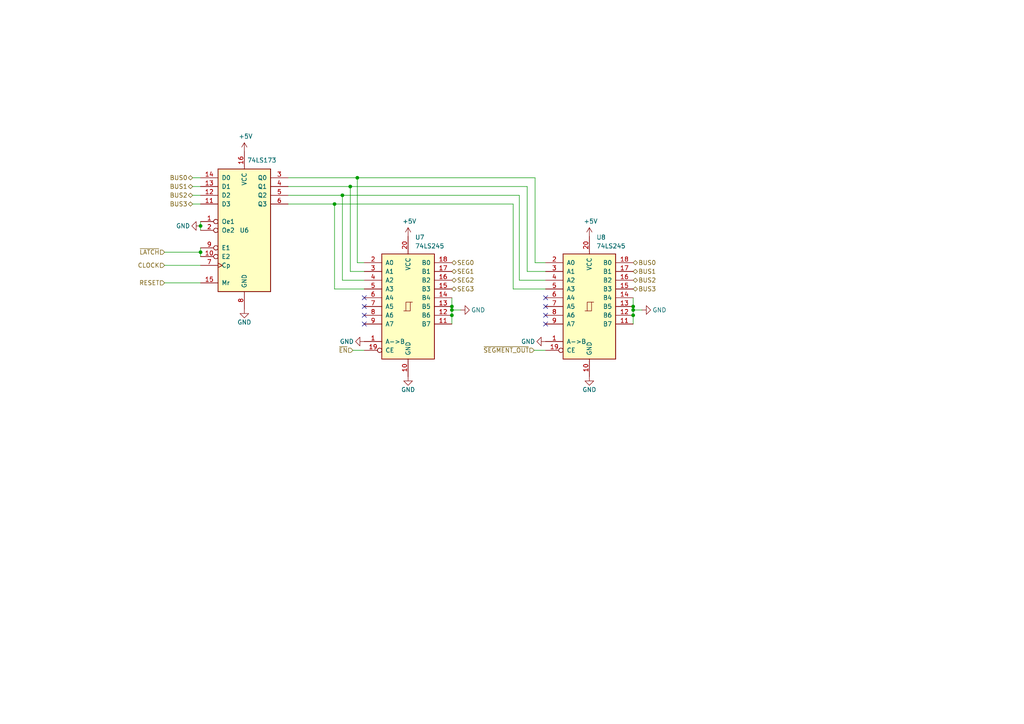
<source format=kicad_sch>
(kicad_sch (version 20211123) (generator eeschema)
  (paper "A4")
  (lib_symbols
    (symbol "74xx:74LS173" (pin_names (offset 1.016))
      (property "Reference" "U" (at -7.62 19.05 0))
      (property "Value" "74LS173" (at -7.62 -19.05 0))
      (symbol "74LS173_1_0"
        (pin input inverted (at -12.7 2.54 0) (length 5.08) (name "Oe1") (number "1"))
        (pin input inverted (at -12.7 -7.62 0) (length 5.08) (name "E2") (number "10"))
        (pin input line (at -12.7 7.62 0) (length 5.08) (name "D3") (number "11"))
        (pin input line (at -12.7 10.16 0) (length 5.08) (name "D2") (number "12"))
        (pin input line (at -12.7 12.7 0) (length 5.08) (name "D1") (number "13"))
        (pin input line (at -12.7 15.24 0) (length 5.08) (name "D0") (number "14"))
        (pin input line (at -12.7 -15.24 0) (length 5.08) (name "Mr") (number "15"))
        (pin power_in line (at 0 22.86 270) (length 5.08) (name "VCC") (number "16"))
        (pin input inverted (at -12.7 0 0) (length 5.08) (name "Oe2") (number "2"))
        (pin tri_state line (at 12.7 15.24 180) (length 5.08) (name "Q0") (number "3"))
        (pin tri_state line (at 12.7 12.7 180) (length 5.08) (name "Q1") (number "4"))
        (pin tri_state line (at 12.7 10.16 180) (length 5.08) (name "Q2") (number "5"))
        (pin tri_state line (at 12.7 7.62 180) (length 5.08) (name "Q3") (number "6"))
        (pin input clock (at -12.7 -10.16 0) (length 5.08) (name "Cp") (number "7"))
        (pin power_in line (at 0 -22.86 90) (length 5.08) (name "GND") (number "8"))
        (pin input inverted (at -12.7 -5.08 0) (length 5.08) (name "E1") (number "9"))
      )
      (symbol "74LS173_1_1"
        (rectangle (start -7.62 17.78) (end 7.62 -17.78) (stroke (width 0.254)) (fill (type background)))
      )
    )
    (symbol "74xx:74LS245" (pin_names (offset 1.016))
      (property "Reference" "U" (at -7.62 16.51 0))
      (property "Value" "74LS245" (at -7.62 -16.51 0))
      (symbol "74LS245_1_0"
        (polyline (pts (xy -0.635 -1.27) (xy -0.635 1.27) (xy 0.635 1.27)))
        (polyline (pts (xy -1.27 -1.27) (xy 0.635 -1.27) (xy 0.635 1.27) (xy 1.27 1.27)))
        (pin input line (at -12.7 -10.16 0) (length 5.08) (name "A->B") (number "1"))
        (pin power_in line (at 0 -20.32 90) (length 5.08) (name "GND") (number "10"))
        (pin tri_state line (at 12.7 -5.08 180) (length 5.08) (name "B7") (number "11"))
        (pin tri_state line (at 12.7 -2.54 180) (length 5.08) (name "B6") (number "12"))
        (pin tri_state line (at 12.7 0 180) (length 5.08) (name "B5") (number "13"))
        (pin tri_state line (at 12.7 2.54 180) (length 5.08) (name "B4") (number "14"))
        (pin tri_state line (at 12.7 5.08 180) (length 5.08) (name "B3") (number "15"))
        (pin tri_state line (at 12.7 7.62 180) (length 5.08) (name "B2") (number "16"))
        (pin tri_state line (at 12.7 10.16 180) (length 5.08) (name "B1") (number "17"))
        (pin tri_state line (at 12.7 12.7 180) (length 5.08) (name "B0") (number "18"))
        (pin input inverted (at -12.7 -12.7 0) (length 5.08) (name "CE") (number "19"))
        (pin tri_state line (at -12.7 12.7 0) (length 5.08) (name "A0") (number "2"))
        (pin power_in line (at 0 20.32 270) (length 5.08) (name "VCC") (number "20"))
        (pin tri_state line (at -12.7 10.16 0) (length 5.08) (name "A1") (number "3"))
        (pin tri_state line (at -12.7 7.62 0) (length 5.08) (name "A2") (number "4"))
        (pin tri_state line (at -12.7 5.08 0) (length 5.08) (name "A3") (number "5"))
        (pin tri_state line (at -12.7 2.54 0) (length 5.08) (name "A4") (number "6"))
        (pin tri_state line (at -12.7 0 0) (length 5.08) (name "A5") (number "7"))
        (pin tri_state line (at -12.7 -2.54 0) (length 5.08) (name "A6") (number "8"))
        (pin tri_state line (at -12.7 -5.08 0) (length 5.08) (name "A7") (number "9"))
      )
      (symbol "74LS245_1_1"
        (rectangle (start -7.62 15.24) (end 7.62 -15.24) (stroke (width 0.254)) (fill (type background)))
      )
    )
    (symbol "power:+5V" (power) (pin_names (offset 0))
      (property "Value" "+5V" (at 0 3.556 0))
      (symbol "+5V_0_1"
        (polyline (pts (xy -0.762 1.27) (xy 0 2.54)))
        (polyline (pts (xy 0 0) (xy 0 2.54)))
        (polyline (pts (xy 0 2.54) (xy 0.762 1.27)))
      )
      (symbol "+5V_1_1"
        (pin power_in line (at 0 0 90) (length 0) hide (name "+5V") (number "1"))
      )
    )
    (symbol "power:GND" (power) (pin_names (offset 0))
      (property "Value" "GND" (at 0 -3.81 0))
      (symbol "GND_0_1"
        (polyline (pts (xy 0 0) (xy 0 -1.27) (xy 1.27 -1.27) (xy 0 -2.54) (xy -1.27 -1.27) (xy 0 -1.27)))
      )
      (symbol "GND_1_1"
        (pin power_in line (at 0 0 270) (length 0) hide (name "GND") (number "1"))
      )
    )
  )
  (junction (at 99.314 56.642))
  (junction (at 101.6 54.102))
  (junction (at 103.632 51.562))
  (junction (at 58.166 73.152))
  (junction (at 131.064 89.916))
  (junction (at 183.642 89.916))
  (junction (at 58.166 65.532))
  (junction (at 183.642 88.9))
  (junction (at 183.642 91.44))
  (junction (at 97.028 59.182))
  (junction (at 131.064 88.9))
  (junction (at 131.064 91.44))
  (no_connect (at 105.664 88.9))
  (no_connect (at 105.664 86.36))
  (no_connect (at 105.664 91.44))
  (no_connect (at 158.242 86.36))
  (no_connect (at 158.242 88.9))
  (no_connect (at 158.242 91.44))
  (no_connect (at 158.242 93.98))
  (no_connect (at 105.664 93.98))
  (wire (pts (xy 58.166 65.532) (xy 58.166 66.802)))
  (wire (pts (xy 158.242 76.2) (xy 155.194 76.2)))
  (wire (pts (xy 148.844 83.82) (xy 158.242 83.82)))
  (wire (pts (xy 183.642 89.916) (xy 183.642 88.9)))
  (wire (pts (xy 97.028 59.182) (xy 148.844 59.182)))
  (wire (pts (xy 83.566 59.182) (xy 97.028 59.182)))
  (wire (pts (xy 155.194 76.2) (xy 155.194 51.562)))
  (wire (pts (xy 105.664 78.74) (xy 101.6 78.74)))
  (wire (pts (xy 58.166 73.152) (xy 58.166 74.422)))
  (wire (pts (xy 103.632 76.2) (xy 103.632 51.562)))
  (wire (pts (xy 131.064 91.44) (xy 131.064 89.916)))
  (wire (pts (xy 103.632 51.562) (xy 155.194 51.562)))
  (wire (pts (xy 183.642 91.44) (xy 183.642 89.916)))
  (wire (pts (xy 105.664 83.82) (xy 97.028 83.82)))
  (wire (pts (xy 58.166 64.262) (xy 58.166 65.532)))
  (wire (pts (xy 150.622 56.642) (xy 150.622 81.28)))
  (wire (pts (xy 148.844 59.182) (xy 148.844 83.82)))
  (wire (pts (xy 55.88 51.562) (xy 58.166 51.562)))
  (wire (pts (xy 183.642 93.98) (xy 183.642 91.44)))
  (wire (pts (xy 131.064 89.916) (xy 133.604 89.916)))
  (wire (pts (xy 102.362 101.6) (xy 105.664 101.6)))
  (wire (pts (xy 183.642 88.9) (xy 183.642 86.36)))
  (wire (pts (xy 131.064 88.9) (xy 131.064 86.36)))
  (wire (pts (xy 47.752 82.042) (xy 58.166 82.042)))
  (wire (pts (xy 97.028 83.82) (xy 97.028 59.182)))
  (wire (pts (xy 55.88 56.642) (xy 58.166 56.642)))
  (wire (pts (xy 58.166 71.882) (xy 58.166 73.152)))
  (wire (pts (xy 83.566 56.642) (xy 99.314 56.642)))
  (wire (pts (xy 150.622 81.28) (xy 158.242 81.28)))
  (wire (pts (xy 83.566 54.102) (xy 101.6 54.102)))
  (wire (pts (xy 131.064 89.916) (xy 131.064 88.9)))
  (wire (pts (xy 152.908 78.74) (xy 152.908 54.102)))
  (wire (pts (xy 101.6 54.102) (xy 152.908 54.102)))
  (wire (pts (xy 55.88 59.182) (xy 58.166 59.182)))
  (wire (pts (xy 101.6 78.74) (xy 101.6 54.102)))
  (wire (pts (xy 99.314 56.642) (xy 150.622 56.642)))
  (wire (pts (xy 105.664 81.28) (xy 99.314 81.28)))
  (wire (pts (xy 183.642 89.916) (xy 186.182 89.916)))
  (wire (pts (xy 99.314 81.28) (xy 99.314 56.642)))
  (wire (pts (xy 158.242 78.74) (xy 152.908 78.74)))
  (wire (pts (xy 47.752 73.152) (xy 58.166 73.152)))
  (wire (pts (xy 154.94 101.6) (xy 158.242 101.6)))
  (wire (pts (xy 103.632 76.2) (xy 105.664 76.2)))
  (wire (pts (xy 131.064 93.98) (xy 131.064 91.44)))
  (wire (pts (xy 47.752 76.962) (xy 58.166 76.962)))
  (wire (pts (xy 83.566 51.562) (xy 103.632 51.562)))
  (wire (pts (xy 55.88 54.102) (xy 58.166 54.102)))
  (hierarchical_label "~{SEGMENT_OUT}" (shape input) (at 154.94 101.6 180))
  (hierarchical_label "SEG1" (shape tri_state) (at 131.064 78.74 0))
  (hierarchical_label "CLOCK" (shape input) (at 47.752 76.962 180))
  (hierarchical_label "~{EN}" (shape input) (at 102.362 101.6 180))
  (hierarchical_label "BUS0" (shape tri_state) (at 183.642 76.2 0))
  (hierarchical_label "BUS1" (shape tri_state) (at 183.642 78.74 0))
  (hierarchical_label "~{LATCH}" (shape input) (at 47.752 73.152 180))
  (hierarchical_label "BUS3" (shape tri_state) (at 55.88 59.182 180))
  (hierarchical_label "BUS0" (shape tri_state) (at 55.88 51.562 180))
  (hierarchical_label "SEG2" (shape tri_state) (at 131.064 81.28 0))
  (hierarchical_label "BUS2" (shape tri_state) (at 183.642 81.28 0))
  (hierarchical_label "RESET" (shape input) (at 47.752 82.042 180))
  (hierarchical_label "SEG3" (shape tri_state) (at 131.064 83.82 0))
  (hierarchical_label "BUS1" (shape tri_state) (at 55.88 54.102 180))
  (hierarchical_label "SEG0" (shape tri_state) (at 131.064 76.2 0))
  (hierarchical_label "BUS2" (shape tri_state) (at 55.88 56.642 180))
  (hierarchical_label "BUS3" (shape tri_state) (at 183.642 83.82 0))
  (symbol (lib_id "power:GND") (at 158.242 99.06 270)
    (property "Reference" "#PWR0121" (effects hide))
    (property "Value" "GND" (at 153.162 99.06 90))
  )
  (symbol (lib_id "74xx:74LS245") (at 118.364 88.9 0)
    (property "Reference" "U7" (at 120.3834 68.834 0) (effects (justify left)))
    (property "Value" "74LS245" (at 120.3834 71.374 0) (effects (justify left)))
    (property "Footprint" "Package_SO:TSSOP-20_4.4x6.5mm_P0.65mm" (effects hide))
    (property "Datasheet" "http://www.ti.com/lit/gpn/sn74LS245" (effects hide))
  )
  (symbol (lib_id "power:+5V") (at 170.942 68.58 0)
    (property "Reference" "#PWR0119" (effects hide))
    (property "Value" "+5V" (at 171.323 64.1858 0))
  )
  (symbol (lib_id "power:GND") (at 58.166 65.532 270)
    (property "Reference" "#PWR0114" (effects hide))
    (property "Value" "GND" (at 53.086 65.532 90))
  )
  (symbol (lib_id "power:GND") (at 118.364 109.22 0)
    (property "Reference" "#PWR0124" (effects hide))
    (property "Value" "GND" (at 118.364 113.03 0))
  )
  (symbol (lib_id "74xx:74LS173") (at 70.866 66.802 0)
    (property "Reference" "U6" (at 70.866 66.802 0))
    (property "Value" "74LS173" (at 75.946 46.482 0))
    (property "Footprint" "Package_SO:TSSOP-16_4.4x5mm_P0.65mm" (effects hide))
    (property "Datasheet" "http://www.ti.com/lit/gpn/sn74LS173" (effects hide))
  )
  (symbol (lib_id "74xx:74LS245") (at 170.942 88.9 0)
    (property "Reference" "U8" (at 172.9614 68.834 0) (effects (justify left)))
    (property "Value" "74LS245" (at 172.9614 71.374 0) (effects (justify left)))
    (property "Footprint" "Package_SO:TSSOP-20_4.4x6.5mm_P0.65mm" (effects hide))
    (property "Datasheet" "http://www.ti.com/lit/gpn/sn74LS245" (effects hide))
  )
  (symbol (lib_id "power:GND") (at 105.664 99.06 270)
    (property "Reference" "#PWR0123" (effects hide))
    (property "Value" "GND" (at 100.584 99.06 90))
  )
  (symbol (lib_id "power:GND") (at 186.182 89.916 90)
    (property "Reference" "#PWR0120" (effects hide))
    (property "Value" "GND" (at 191.262 89.916 90))
  )
  (symbol (lib_id "power:GND") (at 133.604 89.916 90)
    (property "Reference" "#PWR0118" (effects hide))
    (property "Value" "GND" (at 138.684 89.916 90))
  )
  (symbol (lib_id "power:GND") (at 170.942 109.22 0)
    (property "Reference" "#PWR0117" (effects hide))
    (property "Value" "GND" (at 170.942 113.03 0))
  )
  (symbol (lib_id "power:+5V") (at 118.364 68.58 0)
    (property "Reference" "#PWR0122" (effects hide))
    (property "Value" "+5V" (at 118.745 64.1858 0))
  )
  (symbol (lib_id "power:GND") (at 70.866 89.662 0)
    (property "Reference" "#PWR0116" (effects hide))
    (property "Value" "GND" (at 70.866 93.472 0))
  )
  (symbol (lib_id "power:+5V") (at 70.866 43.942 0)
    (property "Reference" "#PWR0115" (effects hide))
    (property "Value" "+5V" (at 71.247 39.5478 0))
  )
)
</source>
